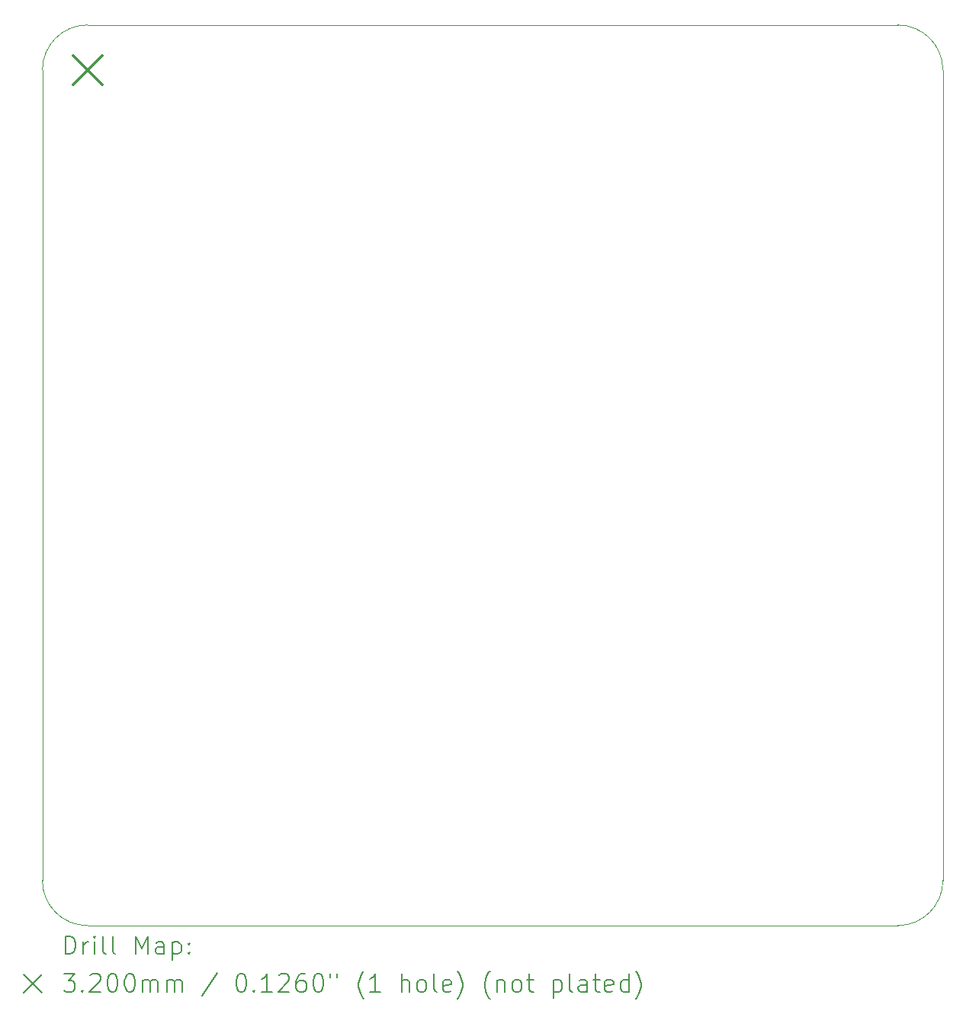
<source format=gbr>
%TF.GenerationSoftware,KiCad,Pcbnew,7.0.8*%
%TF.CreationDate,2023-10-17T14:22:27+02:00*%
%TF.ProjectId,Lines,4c696e65-732e-46b6-9963-61645f706362,1.0c*%
%TF.SameCoordinates,Original*%
%TF.FileFunction,Drillmap*%
%TF.FilePolarity,Positive*%
%FSLAX45Y45*%
G04 Gerber Fmt 4.5, Leading zero omitted, Abs format (unit mm)*
G04 Created by KiCad (PCBNEW 7.0.8) date 2023-10-17 14:22:27*
%MOMM*%
%LPD*%
G01*
G04 APERTURE LIST*
%ADD10C,0.100000*%
%ADD11C,0.200000*%
%ADD12C,0.320000*%
G04 APERTURE END LIST*
D10*
X15133500Y-4119500D02*
X15133500Y-13119500D01*
X5133500Y-13119500D02*
G75*
G03*
X5633500Y-13619500I500000J0D01*
G01*
X14633500Y-13619500D02*
G75*
G03*
X15133500Y-13119500I0J500000D01*
G01*
X5633500Y-3619500D02*
X14633500Y-3619500D01*
X14633500Y-13619500D02*
X5633500Y-13619500D01*
X5133500Y-13119500D02*
X5133500Y-4119500D01*
X15133500Y-4119500D02*
G75*
G03*
X14633500Y-3619500I-500000J0D01*
G01*
X5633500Y-3619500D02*
G75*
G03*
X5133500Y-4119500I0J-500000D01*
G01*
D11*
D12*
X5473500Y-3959500D02*
X5793500Y-4279500D01*
X5793500Y-3959500D02*
X5473500Y-4279500D01*
D11*
X5389277Y-13935984D02*
X5389277Y-13735984D01*
X5389277Y-13735984D02*
X5436896Y-13735984D01*
X5436896Y-13735984D02*
X5465467Y-13745508D01*
X5465467Y-13745508D02*
X5484515Y-13764555D01*
X5484515Y-13764555D02*
X5494039Y-13783603D01*
X5494039Y-13783603D02*
X5503563Y-13821698D01*
X5503563Y-13821698D02*
X5503563Y-13850269D01*
X5503563Y-13850269D02*
X5494039Y-13888365D01*
X5494039Y-13888365D02*
X5484515Y-13907412D01*
X5484515Y-13907412D02*
X5465467Y-13926460D01*
X5465467Y-13926460D02*
X5436896Y-13935984D01*
X5436896Y-13935984D02*
X5389277Y-13935984D01*
X5589277Y-13935984D02*
X5589277Y-13802650D01*
X5589277Y-13840746D02*
X5598801Y-13821698D01*
X5598801Y-13821698D02*
X5608324Y-13812174D01*
X5608324Y-13812174D02*
X5627372Y-13802650D01*
X5627372Y-13802650D02*
X5646420Y-13802650D01*
X5713086Y-13935984D02*
X5713086Y-13802650D01*
X5713086Y-13735984D02*
X5703562Y-13745508D01*
X5703562Y-13745508D02*
X5713086Y-13755031D01*
X5713086Y-13755031D02*
X5722610Y-13745508D01*
X5722610Y-13745508D02*
X5713086Y-13735984D01*
X5713086Y-13735984D02*
X5713086Y-13755031D01*
X5836896Y-13935984D02*
X5817848Y-13926460D01*
X5817848Y-13926460D02*
X5808324Y-13907412D01*
X5808324Y-13907412D02*
X5808324Y-13735984D01*
X5941658Y-13935984D02*
X5922610Y-13926460D01*
X5922610Y-13926460D02*
X5913086Y-13907412D01*
X5913086Y-13907412D02*
X5913086Y-13735984D01*
X6170229Y-13935984D02*
X6170229Y-13735984D01*
X6170229Y-13735984D02*
X6236896Y-13878841D01*
X6236896Y-13878841D02*
X6303562Y-13735984D01*
X6303562Y-13735984D02*
X6303562Y-13935984D01*
X6484515Y-13935984D02*
X6484515Y-13831222D01*
X6484515Y-13831222D02*
X6474991Y-13812174D01*
X6474991Y-13812174D02*
X6455943Y-13802650D01*
X6455943Y-13802650D02*
X6417848Y-13802650D01*
X6417848Y-13802650D02*
X6398801Y-13812174D01*
X6484515Y-13926460D02*
X6465467Y-13935984D01*
X6465467Y-13935984D02*
X6417848Y-13935984D01*
X6417848Y-13935984D02*
X6398801Y-13926460D01*
X6398801Y-13926460D02*
X6389277Y-13907412D01*
X6389277Y-13907412D02*
X6389277Y-13888365D01*
X6389277Y-13888365D02*
X6398801Y-13869317D01*
X6398801Y-13869317D02*
X6417848Y-13859793D01*
X6417848Y-13859793D02*
X6465467Y-13859793D01*
X6465467Y-13859793D02*
X6484515Y-13850269D01*
X6579753Y-13802650D02*
X6579753Y-14002650D01*
X6579753Y-13812174D02*
X6598801Y-13802650D01*
X6598801Y-13802650D02*
X6636896Y-13802650D01*
X6636896Y-13802650D02*
X6655943Y-13812174D01*
X6655943Y-13812174D02*
X6665467Y-13821698D01*
X6665467Y-13821698D02*
X6674991Y-13840746D01*
X6674991Y-13840746D02*
X6674991Y-13897888D01*
X6674991Y-13897888D02*
X6665467Y-13916936D01*
X6665467Y-13916936D02*
X6655943Y-13926460D01*
X6655943Y-13926460D02*
X6636896Y-13935984D01*
X6636896Y-13935984D02*
X6598801Y-13935984D01*
X6598801Y-13935984D02*
X6579753Y-13926460D01*
X6760705Y-13916936D02*
X6770229Y-13926460D01*
X6770229Y-13926460D02*
X6760705Y-13935984D01*
X6760705Y-13935984D02*
X6751182Y-13926460D01*
X6751182Y-13926460D02*
X6760705Y-13916936D01*
X6760705Y-13916936D02*
X6760705Y-13935984D01*
X6760705Y-13812174D02*
X6770229Y-13821698D01*
X6770229Y-13821698D02*
X6760705Y-13831222D01*
X6760705Y-13831222D02*
X6751182Y-13821698D01*
X6751182Y-13821698D02*
X6760705Y-13812174D01*
X6760705Y-13812174D02*
X6760705Y-13831222D01*
X4928500Y-14164500D02*
X5128500Y-14364500D01*
X5128500Y-14164500D02*
X4928500Y-14364500D01*
X5370229Y-14155984D02*
X5494039Y-14155984D01*
X5494039Y-14155984D02*
X5427372Y-14232174D01*
X5427372Y-14232174D02*
X5455944Y-14232174D01*
X5455944Y-14232174D02*
X5474991Y-14241698D01*
X5474991Y-14241698D02*
X5484515Y-14251222D01*
X5484515Y-14251222D02*
X5494039Y-14270269D01*
X5494039Y-14270269D02*
X5494039Y-14317888D01*
X5494039Y-14317888D02*
X5484515Y-14336936D01*
X5484515Y-14336936D02*
X5474991Y-14346460D01*
X5474991Y-14346460D02*
X5455944Y-14355984D01*
X5455944Y-14355984D02*
X5398801Y-14355984D01*
X5398801Y-14355984D02*
X5379753Y-14346460D01*
X5379753Y-14346460D02*
X5370229Y-14336936D01*
X5579753Y-14336936D02*
X5589277Y-14346460D01*
X5589277Y-14346460D02*
X5579753Y-14355984D01*
X5579753Y-14355984D02*
X5570229Y-14346460D01*
X5570229Y-14346460D02*
X5579753Y-14336936D01*
X5579753Y-14336936D02*
X5579753Y-14355984D01*
X5665467Y-14175031D02*
X5674991Y-14165508D01*
X5674991Y-14165508D02*
X5694039Y-14155984D01*
X5694039Y-14155984D02*
X5741658Y-14155984D01*
X5741658Y-14155984D02*
X5760705Y-14165508D01*
X5760705Y-14165508D02*
X5770229Y-14175031D01*
X5770229Y-14175031D02*
X5779753Y-14194079D01*
X5779753Y-14194079D02*
X5779753Y-14213127D01*
X5779753Y-14213127D02*
X5770229Y-14241698D01*
X5770229Y-14241698D02*
X5655943Y-14355984D01*
X5655943Y-14355984D02*
X5779753Y-14355984D01*
X5903562Y-14155984D02*
X5922610Y-14155984D01*
X5922610Y-14155984D02*
X5941658Y-14165508D01*
X5941658Y-14165508D02*
X5951182Y-14175031D01*
X5951182Y-14175031D02*
X5960705Y-14194079D01*
X5960705Y-14194079D02*
X5970229Y-14232174D01*
X5970229Y-14232174D02*
X5970229Y-14279793D01*
X5970229Y-14279793D02*
X5960705Y-14317888D01*
X5960705Y-14317888D02*
X5951182Y-14336936D01*
X5951182Y-14336936D02*
X5941658Y-14346460D01*
X5941658Y-14346460D02*
X5922610Y-14355984D01*
X5922610Y-14355984D02*
X5903562Y-14355984D01*
X5903562Y-14355984D02*
X5884515Y-14346460D01*
X5884515Y-14346460D02*
X5874991Y-14336936D01*
X5874991Y-14336936D02*
X5865467Y-14317888D01*
X5865467Y-14317888D02*
X5855943Y-14279793D01*
X5855943Y-14279793D02*
X5855943Y-14232174D01*
X5855943Y-14232174D02*
X5865467Y-14194079D01*
X5865467Y-14194079D02*
X5874991Y-14175031D01*
X5874991Y-14175031D02*
X5884515Y-14165508D01*
X5884515Y-14165508D02*
X5903562Y-14155984D01*
X6094039Y-14155984D02*
X6113086Y-14155984D01*
X6113086Y-14155984D02*
X6132134Y-14165508D01*
X6132134Y-14165508D02*
X6141658Y-14175031D01*
X6141658Y-14175031D02*
X6151182Y-14194079D01*
X6151182Y-14194079D02*
X6160705Y-14232174D01*
X6160705Y-14232174D02*
X6160705Y-14279793D01*
X6160705Y-14279793D02*
X6151182Y-14317888D01*
X6151182Y-14317888D02*
X6141658Y-14336936D01*
X6141658Y-14336936D02*
X6132134Y-14346460D01*
X6132134Y-14346460D02*
X6113086Y-14355984D01*
X6113086Y-14355984D02*
X6094039Y-14355984D01*
X6094039Y-14355984D02*
X6074991Y-14346460D01*
X6074991Y-14346460D02*
X6065467Y-14336936D01*
X6065467Y-14336936D02*
X6055943Y-14317888D01*
X6055943Y-14317888D02*
X6046420Y-14279793D01*
X6046420Y-14279793D02*
X6046420Y-14232174D01*
X6046420Y-14232174D02*
X6055943Y-14194079D01*
X6055943Y-14194079D02*
X6065467Y-14175031D01*
X6065467Y-14175031D02*
X6074991Y-14165508D01*
X6074991Y-14165508D02*
X6094039Y-14155984D01*
X6246420Y-14355984D02*
X6246420Y-14222650D01*
X6246420Y-14241698D02*
X6255943Y-14232174D01*
X6255943Y-14232174D02*
X6274991Y-14222650D01*
X6274991Y-14222650D02*
X6303563Y-14222650D01*
X6303563Y-14222650D02*
X6322610Y-14232174D01*
X6322610Y-14232174D02*
X6332134Y-14251222D01*
X6332134Y-14251222D02*
X6332134Y-14355984D01*
X6332134Y-14251222D02*
X6341658Y-14232174D01*
X6341658Y-14232174D02*
X6360705Y-14222650D01*
X6360705Y-14222650D02*
X6389277Y-14222650D01*
X6389277Y-14222650D02*
X6408324Y-14232174D01*
X6408324Y-14232174D02*
X6417848Y-14251222D01*
X6417848Y-14251222D02*
X6417848Y-14355984D01*
X6513086Y-14355984D02*
X6513086Y-14222650D01*
X6513086Y-14241698D02*
X6522610Y-14232174D01*
X6522610Y-14232174D02*
X6541658Y-14222650D01*
X6541658Y-14222650D02*
X6570229Y-14222650D01*
X6570229Y-14222650D02*
X6589277Y-14232174D01*
X6589277Y-14232174D02*
X6598801Y-14251222D01*
X6598801Y-14251222D02*
X6598801Y-14355984D01*
X6598801Y-14251222D02*
X6608324Y-14232174D01*
X6608324Y-14232174D02*
X6627372Y-14222650D01*
X6627372Y-14222650D02*
X6655943Y-14222650D01*
X6655943Y-14222650D02*
X6674991Y-14232174D01*
X6674991Y-14232174D02*
X6684515Y-14251222D01*
X6684515Y-14251222D02*
X6684515Y-14355984D01*
X7074991Y-14146460D02*
X6903563Y-14403603D01*
X7332134Y-14155984D02*
X7351182Y-14155984D01*
X7351182Y-14155984D02*
X7370229Y-14165508D01*
X7370229Y-14165508D02*
X7379753Y-14175031D01*
X7379753Y-14175031D02*
X7389277Y-14194079D01*
X7389277Y-14194079D02*
X7398801Y-14232174D01*
X7398801Y-14232174D02*
X7398801Y-14279793D01*
X7398801Y-14279793D02*
X7389277Y-14317888D01*
X7389277Y-14317888D02*
X7379753Y-14336936D01*
X7379753Y-14336936D02*
X7370229Y-14346460D01*
X7370229Y-14346460D02*
X7351182Y-14355984D01*
X7351182Y-14355984D02*
X7332134Y-14355984D01*
X7332134Y-14355984D02*
X7313086Y-14346460D01*
X7313086Y-14346460D02*
X7303563Y-14336936D01*
X7303563Y-14336936D02*
X7294039Y-14317888D01*
X7294039Y-14317888D02*
X7284515Y-14279793D01*
X7284515Y-14279793D02*
X7284515Y-14232174D01*
X7284515Y-14232174D02*
X7294039Y-14194079D01*
X7294039Y-14194079D02*
X7303563Y-14175031D01*
X7303563Y-14175031D02*
X7313086Y-14165508D01*
X7313086Y-14165508D02*
X7332134Y-14155984D01*
X7484515Y-14336936D02*
X7494039Y-14346460D01*
X7494039Y-14346460D02*
X7484515Y-14355984D01*
X7484515Y-14355984D02*
X7474991Y-14346460D01*
X7474991Y-14346460D02*
X7484515Y-14336936D01*
X7484515Y-14336936D02*
X7484515Y-14355984D01*
X7684515Y-14355984D02*
X7570229Y-14355984D01*
X7627372Y-14355984D02*
X7627372Y-14155984D01*
X7627372Y-14155984D02*
X7608325Y-14184555D01*
X7608325Y-14184555D02*
X7589277Y-14203603D01*
X7589277Y-14203603D02*
X7570229Y-14213127D01*
X7760706Y-14175031D02*
X7770229Y-14165508D01*
X7770229Y-14165508D02*
X7789277Y-14155984D01*
X7789277Y-14155984D02*
X7836896Y-14155984D01*
X7836896Y-14155984D02*
X7855944Y-14165508D01*
X7855944Y-14165508D02*
X7865467Y-14175031D01*
X7865467Y-14175031D02*
X7874991Y-14194079D01*
X7874991Y-14194079D02*
X7874991Y-14213127D01*
X7874991Y-14213127D02*
X7865467Y-14241698D01*
X7865467Y-14241698D02*
X7751182Y-14355984D01*
X7751182Y-14355984D02*
X7874991Y-14355984D01*
X8046420Y-14155984D02*
X8008325Y-14155984D01*
X8008325Y-14155984D02*
X7989277Y-14165508D01*
X7989277Y-14165508D02*
X7979753Y-14175031D01*
X7979753Y-14175031D02*
X7960706Y-14203603D01*
X7960706Y-14203603D02*
X7951182Y-14241698D01*
X7951182Y-14241698D02*
X7951182Y-14317888D01*
X7951182Y-14317888D02*
X7960706Y-14336936D01*
X7960706Y-14336936D02*
X7970229Y-14346460D01*
X7970229Y-14346460D02*
X7989277Y-14355984D01*
X7989277Y-14355984D02*
X8027372Y-14355984D01*
X8027372Y-14355984D02*
X8046420Y-14346460D01*
X8046420Y-14346460D02*
X8055944Y-14336936D01*
X8055944Y-14336936D02*
X8065467Y-14317888D01*
X8065467Y-14317888D02*
X8065467Y-14270269D01*
X8065467Y-14270269D02*
X8055944Y-14251222D01*
X8055944Y-14251222D02*
X8046420Y-14241698D01*
X8046420Y-14241698D02*
X8027372Y-14232174D01*
X8027372Y-14232174D02*
X7989277Y-14232174D01*
X7989277Y-14232174D02*
X7970229Y-14241698D01*
X7970229Y-14241698D02*
X7960706Y-14251222D01*
X7960706Y-14251222D02*
X7951182Y-14270269D01*
X8189277Y-14155984D02*
X8208325Y-14155984D01*
X8208325Y-14155984D02*
X8227372Y-14165508D01*
X8227372Y-14165508D02*
X8236896Y-14175031D01*
X8236896Y-14175031D02*
X8246420Y-14194079D01*
X8246420Y-14194079D02*
X8255944Y-14232174D01*
X8255944Y-14232174D02*
X8255944Y-14279793D01*
X8255944Y-14279793D02*
X8246420Y-14317888D01*
X8246420Y-14317888D02*
X8236896Y-14336936D01*
X8236896Y-14336936D02*
X8227372Y-14346460D01*
X8227372Y-14346460D02*
X8208325Y-14355984D01*
X8208325Y-14355984D02*
X8189277Y-14355984D01*
X8189277Y-14355984D02*
X8170229Y-14346460D01*
X8170229Y-14346460D02*
X8160706Y-14336936D01*
X8160706Y-14336936D02*
X8151182Y-14317888D01*
X8151182Y-14317888D02*
X8141658Y-14279793D01*
X8141658Y-14279793D02*
X8141658Y-14232174D01*
X8141658Y-14232174D02*
X8151182Y-14194079D01*
X8151182Y-14194079D02*
X8160706Y-14175031D01*
X8160706Y-14175031D02*
X8170229Y-14165508D01*
X8170229Y-14165508D02*
X8189277Y-14155984D01*
X8332134Y-14155984D02*
X8332134Y-14194079D01*
X8408325Y-14155984D02*
X8408325Y-14194079D01*
X8703563Y-14432174D02*
X8694039Y-14422650D01*
X8694039Y-14422650D02*
X8674991Y-14394079D01*
X8674991Y-14394079D02*
X8665468Y-14375031D01*
X8665468Y-14375031D02*
X8655944Y-14346460D01*
X8655944Y-14346460D02*
X8646420Y-14298841D01*
X8646420Y-14298841D02*
X8646420Y-14260746D01*
X8646420Y-14260746D02*
X8655944Y-14213127D01*
X8655944Y-14213127D02*
X8665468Y-14184555D01*
X8665468Y-14184555D02*
X8674991Y-14165508D01*
X8674991Y-14165508D02*
X8694039Y-14136936D01*
X8694039Y-14136936D02*
X8703563Y-14127412D01*
X8884515Y-14355984D02*
X8770230Y-14355984D01*
X8827372Y-14355984D02*
X8827372Y-14155984D01*
X8827372Y-14155984D02*
X8808325Y-14184555D01*
X8808325Y-14184555D02*
X8789277Y-14203603D01*
X8789277Y-14203603D02*
X8770230Y-14213127D01*
X9122611Y-14355984D02*
X9122611Y-14155984D01*
X9208325Y-14355984D02*
X9208325Y-14251222D01*
X9208325Y-14251222D02*
X9198801Y-14232174D01*
X9198801Y-14232174D02*
X9179753Y-14222650D01*
X9179753Y-14222650D02*
X9151182Y-14222650D01*
X9151182Y-14222650D02*
X9132134Y-14232174D01*
X9132134Y-14232174D02*
X9122611Y-14241698D01*
X9332134Y-14355984D02*
X9313087Y-14346460D01*
X9313087Y-14346460D02*
X9303563Y-14336936D01*
X9303563Y-14336936D02*
X9294039Y-14317888D01*
X9294039Y-14317888D02*
X9294039Y-14260746D01*
X9294039Y-14260746D02*
X9303563Y-14241698D01*
X9303563Y-14241698D02*
X9313087Y-14232174D01*
X9313087Y-14232174D02*
X9332134Y-14222650D01*
X9332134Y-14222650D02*
X9360706Y-14222650D01*
X9360706Y-14222650D02*
X9379753Y-14232174D01*
X9379753Y-14232174D02*
X9389277Y-14241698D01*
X9389277Y-14241698D02*
X9398801Y-14260746D01*
X9398801Y-14260746D02*
X9398801Y-14317888D01*
X9398801Y-14317888D02*
X9389277Y-14336936D01*
X9389277Y-14336936D02*
X9379753Y-14346460D01*
X9379753Y-14346460D02*
X9360706Y-14355984D01*
X9360706Y-14355984D02*
X9332134Y-14355984D01*
X9513087Y-14355984D02*
X9494039Y-14346460D01*
X9494039Y-14346460D02*
X9484515Y-14327412D01*
X9484515Y-14327412D02*
X9484515Y-14155984D01*
X9665468Y-14346460D02*
X9646420Y-14355984D01*
X9646420Y-14355984D02*
X9608325Y-14355984D01*
X9608325Y-14355984D02*
X9589277Y-14346460D01*
X9589277Y-14346460D02*
X9579753Y-14327412D01*
X9579753Y-14327412D02*
X9579753Y-14251222D01*
X9579753Y-14251222D02*
X9589277Y-14232174D01*
X9589277Y-14232174D02*
X9608325Y-14222650D01*
X9608325Y-14222650D02*
X9646420Y-14222650D01*
X9646420Y-14222650D02*
X9665468Y-14232174D01*
X9665468Y-14232174D02*
X9674992Y-14251222D01*
X9674992Y-14251222D02*
X9674992Y-14270269D01*
X9674992Y-14270269D02*
X9579753Y-14289317D01*
X9741658Y-14432174D02*
X9751182Y-14422650D01*
X9751182Y-14422650D02*
X9770230Y-14394079D01*
X9770230Y-14394079D02*
X9779753Y-14375031D01*
X9779753Y-14375031D02*
X9789277Y-14346460D01*
X9789277Y-14346460D02*
X9798801Y-14298841D01*
X9798801Y-14298841D02*
X9798801Y-14260746D01*
X9798801Y-14260746D02*
X9789277Y-14213127D01*
X9789277Y-14213127D02*
X9779753Y-14184555D01*
X9779753Y-14184555D02*
X9770230Y-14165508D01*
X9770230Y-14165508D02*
X9751182Y-14136936D01*
X9751182Y-14136936D02*
X9741658Y-14127412D01*
X10103563Y-14432174D02*
X10094039Y-14422650D01*
X10094039Y-14422650D02*
X10074992Y-14394079D01*
X10074992Y-14394079D02*
X10065468Y-14375031D01*
X10065468Y-14375031D02*
X10055944Y-14346460D01*
X10055944Y-14346460D02*
X10046420Y-14298841D01*
X10046420Y-14298841D02*
X10046420Y-14260746D01*
X10046420Y-14260746D02*
X10055944Y-14213127D01*
X10055944Y-14213127D02*
X10065468Y-14184555D01*
X10065468Y-14184555D02*
X10074992Y-14165508D01*
X10074992Y-14165508D02*
X10094039Y-14136936D01*
X10094039Y-14136936D02*
X10103563Y-14127412D01*
X10179753Y-14222650D02*
X10179753Y-14355984D01*
X10179753Y-14241698D02*
X10189277Y-14232174D01*
X10189277Y-14232174D02*
X10208325Y-14222650D01*
X10208325Y-14222650D02*
X10236896Y-14222650D01*
X10236896Y-14222650D02*
X10255944Y-14232174D01*
X10255944Y-14232174D02*
X10265468Y-14251222D01*
X10265468Y-14251222D02*
X10265468Y-14355984D01*
X10389277Y-14355984D02*
X10370230Y-14346460D01*
X10370230Y-14346460D02*
X10360706Y-14336936D01*
X10360706Y-14336936D02*
X10351182Y-14317888D01*
X10351182Y-14317888D02*
X10351182Y-14260746D01*
X10351182Y-14260746D02*
X10360706Y-14241698D01*
X10360706Y-14241698D02*
X10370230Y-14232174D01*
X10370230Y-14232174D02*
X10389277Y-14222650D01*
X10389277Y-14222650D02*
X10417849Y-14222650D01*
X10417849Y-14222650D02*
X10436896Y-14232174D01*
X10436896Y-14232174D02*
X10446420Y-14241698D01*
X10446420Y-14241698D02*
X10455944Y-14260746D01*
X10455944Y-14260746D02*
X10455944Y-14317888D01*
X10455944Y-14317888D02*
X10446420Y-14336936D01*
X10446420Y-14336936D02*
X10436896Y-14346460D01*
X10436896Y-14346460D02*
X10417849Y-14355984D01*
X10417849Y-14355984D02*
X10389277Y-14355984D01*
X10513087Y-14222650D02*
X10589277Y-14222650D01*
X10541658Y-14155984D02*
X10541658Y-14327412D01*
X10541658Y-14327412D02*
X10551182Y-14346460D01*
X10551182Y-14346460D02*
X10570230Y-14355984D01*
X10570230Y-14355984D02*
X10589277Y-14355984D01*
X10808325Y-14222650D02*
X10808325Y-14422650D01*
X10808325Y-14232174D02*
X10827373Y-14222650D01*
X10827373Y-14222650D02*
X10865468Y-14222650D01*
X10865468Y-14222650D02*
X10884515Y-14232174D01*
X10884515Y-14232174D02*
X10894039Y-14241698D01*
X10894039Y-14241698D02*
X10903563Y-14260746D01*
X10903563Y-14260746D02*
X10903563Y-14317888D01*
X10903563Y-14317888D02*
X10894039Y-14336936D01*
X10894039Y-14336936D02*
X10884515Y-14346460D01*
X10884515Y-14346460D02*
X10865468Y-14355984D01*
X10865468Y-14355984D02*
X10827373Y-14355984D01*
X10827373Y-14355984D02*
X10808325Y-14346460D01*
X11017849Y-14355984D02*
X10998801Y-14346460D01*
X10998801Y-14346460D02*
X10989277Y-14327412D01*
X10989277Y-14327412D02*
X10989277Y-14155984D01*
X11179754Y-14355984D02*
X11179754Y-14251222D01*
X11179754Y-14251222D02*
X11170230Y-14232174D01*
X11170230Y-14232174D02*
X11151182Y-14222650D01*
X11151182Y-14222650D02*
X11113087Y-14222650D01*
X11113087Y-14222650D02*
X11094039Y-14232174D01*
X11179754Y-14346460D02*
X11160706Y-14355984D01*
X11160706Y-14355984D02*
X11113087Y-14355984D01*
X11113087Y-14355984D02*
X11094039Y-14346460D01*
X11094039Y-14346460D02*
X11084515Y-14327412D01*
X11084515Y-14327412D02*
X11084515Y-14308365D01*
X11084515Y-14308365D02*
X11094039Y-14289317D01*
X11094039Y-14289317D02*
X11113087Y-14279793D01*
X11113087Y-14279793D02*
X11160706Y-14279793D01*
X11160706Y-14279793D02*
X11179754Y-14270269D01*
X11246420Y-14222650D02*
X11322611Y-14222650D01*
X11274992Y-14155984D02*
X11274992Y-14327412D01*
X11274992Y-14327412D02*
X11284515Y-14346460D01*
X11284515Y-14346460D02*
X11303563Y-14355984D01*
X11303563Y-14355984D02*
X11322611Y-14355984D01*
X11465468Y-14346460D02*
X11446420Y-14355984D01*
X11446420Y-14355984D02*
X11408325Y-14355984D01*
X11408325Y-14355984D02*
X11389277Y-14346460D01*
X11389277Y-14346460D02*
X11379753Y-14327412D01*
X11379753Y-14327412D02*
X11379753Y-14251222D01*
X11379753Y-14251222D02*
X11389277Y-14232174D01*
X11389277Y-14232174D02*
X11408325Y-14222650D01*
X11408325Y-14222650D02*
X11446420Y-14222650D01*
X11446420Y-14222650D02*
X11465468Y-14232174D01*
X11465468Y-14232174D02*
X11474992Y-14251222D01*
X11474992Y-14251222D02*
X11474992Y-14270269D01*
X11474992Y-14270269D02*
X11379753Y-14289317D01*
X11646420Y-14355984D02*
X11646420Y-14155984D01*
X11646420Y-14346460D02*
X11627373Y-14355984D01*
X11627373Y-14355984D02*
X11589277Y-14355984D01*
X11589277Y-14355984D02*
X11570230Y-14346460D01*
X11570230Y-14346460D02*
X11560706Y-14336936D01*
X11560706Y-14336936D02*
X11551182Y-14317888D01*
X11551182Y-14317888D02*
X11551182Y-14260746D01*
X11551182Y-14260746D02*
X11560706Y-14241698D01*
X11560706Y-14241698D02*
X11570230Y-14232174D01*
X11570230Y-14232174D02*
X11589277Y-14222650D01*
X11589277Y-14222650D02*
X11627373Y-14222650D01*
X11627373Y-14222650D02*
X11646420Y-14232174D01*
X11722611Y-14432174D02*
X11732134Y-14422650D01*
X11732134Y-14422650D02*
X11751182Y-14394079D01*
X11751182Y-14394079D02*
X11760706Y-14375031D01*
X11760706Y-14375031D02*
X11770230Y-14346460D01*
X11770230Y-14346460D02*
X11779753Y-14298841D01*
X11779753Y-14298841D02*
X11779753Y-14260746D01*
X11779753Y-14260746D02*
X11770230Y-14213127D01*
X11770230Y-14213127D02*
X11760706Y-14184555D01*
X11760706Y-14184555D02*
X11751182Y-14165508D01*
X11751182Y-14165508D02*
X11732134Y-14136936D01*
X11732134Y-14136936D02*
X11722611Y-14127412D01*
M02*

</source>
